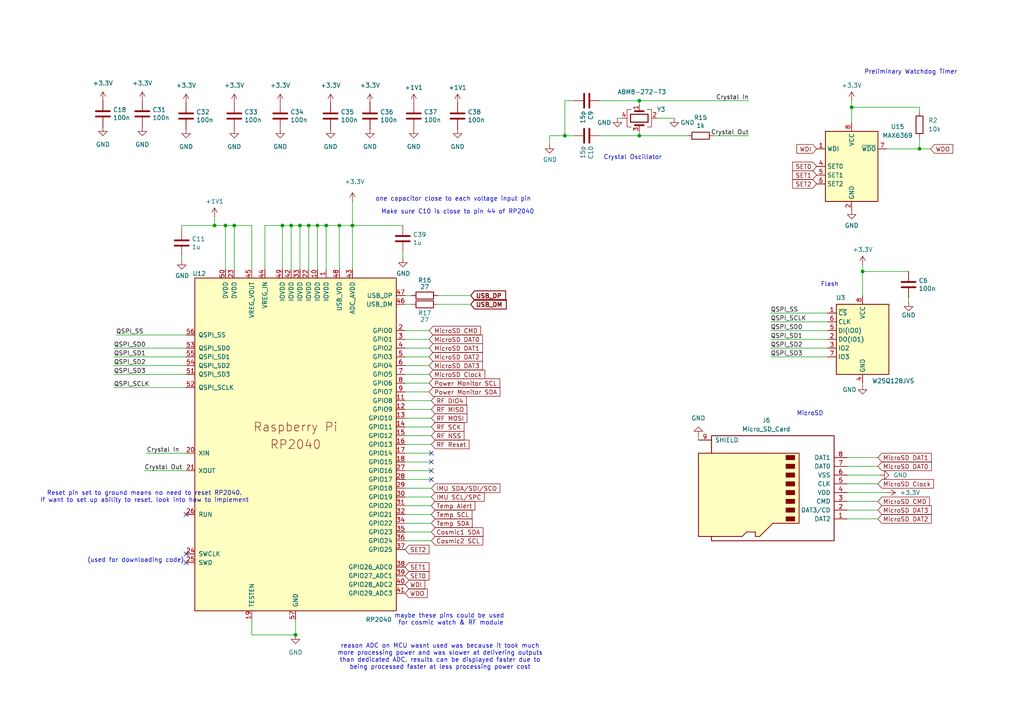
<source format=kicad_sch>
(kicad_sch (version 20250114) (generator "eeschema") (generator_version "9.0")
  (paper "A4")
  (lib_symbols
    (symbol "Connector:Micro_SD_Card" (pin_names (offset 1.016))
      (property "Reference" "J" (at -16.51 15.24 0))
      (property "Value" "Micro_SD_Card" (at 16.51 15.24 0))
      (symbol "Micro_SD_Card_0_1"
        (polyline (pts (xy -8.89 -11.43) (xy -8.89 8.89) (xy -1.27 8.89) (xy 2.54 12.7) (xy 3.81 12.7) (xy 3.81 11.43) (xy 6.35 11.43) (xy 7.62 12.7) (xy 20.32 12.7) (xy 20.32 -11.43) (xy -8.89 -11.43)) (stroke (width 0.254)) (fill (type background)))
        (rectangle (start -7.62 8.255) (end -5.08 6.985) (fill (type outline)))
        (rectangle (start -7.62 5.715) (end -5.08 4.445) (fill (type outline)))
        (rectangle (start -7.62 3.175) (end -5.08 1.905) (fill (type outline)))
        (rectangle (start -7.62 0.635) (end -5.08 -0.635) (fill (type outline)))
        (rectangle (start -7.62 -1.905) (end -5.08 -3.175) (fill (type outline)))
        (rectangle (start -7.62 -4.445) (end -5.08 -5.715) (fill (type outline)))
        (rectangle (start -7.62 -6.985) (end -5.08 -8.255) (fill (type outline)))
        (rectangle (start -7.62 -9.525) (end -5.08 -10.795) (fill (type outline)))
        (polyline (pts (xy 16.51 12.7) (xy 16.51 13.97) (xy -19.05 13.97) (xy -19.05 -16.51) (xy 16.51 -16.51) (xy 16.51 -11.43)) (stroke (width 0.254)))
      )
      (symbol "Micro_SD_Card_1_1"
        (pin bidirectional line (at -22.86 7.62 0) (length 3.81) (name "DAT2") (number "1"))
        (pin bidirectional line (at -22.86 5.08 0) (length 3.81) (name "DAT3/CD") (number "2"))
        (pin input line (at -22.86 2.54 0) (length 3.81) (name "CMD") (number "3"))
        (pin power_in line (at -22.86 0 0) (length 3.81) (name "VDD") (number "4"))
        (pin input line (at -22.86 -2.54 0) (length 3.81) (name "CLK") (number "5"))
        (pin power_in line (at -22.86 -5.08 0) (length 3.81) (name "VSS") (number "6"))
        (pin bidirectional line (at -22.86 -7.62 0) (length 3.81) (name "DAT0") (number "7"))
        (pin bidirectional line (at -22.86 -10.16 0) (length 3.81) (name "DAT1") (number "8"))
        (pin passive line (at 20.32 -15.24 180) (length 3.81) (name "SHIELD") (number "9"))
      )
    )
    (symbol "Device:C" (pin_numbers (hide yes)) (pin_names (offset 0.254))
      (property "Reference" "C" (at 0.635 2.54 0))
      (property "Value" "C" (at 0.635 -2.54 0))
      (symbol "C_0_1"
        (polyline (pts (xy -2.032 0.762) (xy 2.032 0.762)) (stroke (width 0.508)))
        (polyline (pts (xy -2.032 -0.762) (xy 2.032 -0.762)) (stroke (width 0.508)))
      )
      (symbol "C_1_1"
        (pin passive line (at 0 3.81 270) (length 2.794) (name "~") (number "1"))
        (pin passive line (at 0 -3.81 90) (length 2.794) (name "~") (number "2"))
      )
    )
    (symbol "Device:Crystal_GND24" (pin_names (offset 1.016) (hide yes))
      (property "Reference" "Y" (at 3.175 5.08 0))
      (property "Value" "Crystal_GND24" (at 3.175 3.175 0))
      (symbol "Crystal_GND24_0_1"
        (polyline (pts (xy -2.54 2.286) (xy -2.54 3.556) (xy 2.54 3.556) (xy 2.54 2.286)))
        (polyline (pts (xy -2.54 0) (xy -2.032 0)))
        (polyline (pts (xy -2.54 -2.286) (xy -2.54 -3.556) (xy 2.54 -3.556) (xy 2.54 -2.286)))
        (polyline (pts (xy -2.032 -1.27) (xy -2.032 1.27)) (stroke (width 0.508)))
        (rectangle (start -1.143 2.54) (end 1.143 -2.54) (stroke (width 0.3048)))
        (polyline (pts (xy 0 3.556) (xy 0 3.81)))
        (polyline (pts (xy 0 -3.81) (xy 0 -3.556)))
        (polyline (pts (xy 2.032 0) (xy 2.54 0)))
        (polyline (pts (xy 2.032 -1.27) (xy 2.032 1.27)) (stroke (width 0.508)))
      )
      (symbol "Crystal_GND24_1_1"
        (pin passive line (at -3.81 0 0) (length 1.27) (name "1") (number "1"))
        (pin passive line (at 0 5.08 270) (length 1.27) (name "2") (number "2"))
        (pin passive line (at 0 -5.08 90) (length 1.27) (name "4") (number "4"))
        (pin passive line (at 3.81 0 180) (length 1.27) (name "3") (number "3"))
      )
    )
    (symbol "Device:R" (pin_numbers (hide yes)) (pin_names (offset 0))
      (property "Reference" "R" (at 2.032 0 90))
      (property "Value" "R" (at 0 0 90))
      (symbol "R_0_1"
        (rectangle (start -1.016 -2.54) (end 1.016 2.54) (stroke (width 0.254)))
      )
      (symbol "R_1_1"
        (pin passive line (at 0 3.81 270) (length 1.27) (name "~") (number "1"))
        (pin passive line (at 0 -3.81 90) (length 1.27) (name "~") (number "2"))
      )
    )
    (symbol "MCU_RaspberryPi_RP2040:RP2040" (pin_names (offset 1.016))
      (property "Reference" "U" (at -29.21 49.53 0))
      (property "Value" "RP2040" (at 24.13 -49.53 0))
      (symbol "RP2040_0_0"
        (text "Raspberry Pi" (at 0 5.08 0) (effects (font (size 2.54 2.54))))
        (text "RP2040" (at 0 0 0) (effects (font (size 2.54 2.54))))
      )
      (symbol "RP2040_0_1"
        (rectangle (start 29.21 48.26) (end -29.21 -48.26) (stroke (width 0.254)) (fill (type background)))
      )
      (symbol "RP2040_1_1"
        (pin bidirectional line (at -31.75 31.75 0) (length 2.54) (name "QSPI_SS") (number "56"))
        (pin bidirectional line (at -31.75 27.94 0) (length 2.54) (name "QSPI_SD0") (number "53"))
        (pin bidirectional line (at -31.75 25.4 0) (length 2.54) (name "QSPI_SD1") (number "55"))
        (pin bidirectional line (at -31.75 22.86 0) (length 2.54) (name "QSPI_SD2") (number "54"))
        (pin bidirectional line (at -31.75 20.32 0) (length 2.54) (name "QSPI_SD3") (number "51"))
        (pin output line (at -31.75 16.51 0) (length 2.54) (name "QSPI_SCLK") (number "52"))
        (pin input line (at -31.75 -2.54 0) (length 2.54) (name "XIN") (number "20"))
        (pin passive line (at -31.75 -7.62 0) (length 2.54) (name "XOUT") (number "21"))
        (pin input line (at -31.75 -20.32 0) (length 2.54) (name "RUN") (number "26"))
        (pin output line (at -31.75 -31.75 0) (length 2.54) (name "SWCLK") (number "24"))
        (pin bidirectional line (at -31.75 -34.29 0) (length 2.54) (name "SWD") (number "25"))
        (pin power_in line (at -20.32 50.8 270) (length 2.54) (name "DVDD") (number "50"))
        (pin power_in line (at -17.78 50.8 270) (length 2.54) (name "DVDD") (number "23"))
        (pin power_out line (at -12.7 50.8 270) (length 2.54) (name "VREG_VOUT") (number "45"))
        (pin passive line (at -12.7 -50.8 90) (length 2.54) (name "TESTEN") (number "19"))
        (pin power_in line (at -8.89 50.8 270) (length 2.54) (name "VREG_IN") (number "44"))
        (pin power_in line (at -3.81 50.8 270) (length 2.54) (name "IOVDD") (number "49"))
        (pin power_in line (at -1.27 50.8 270) (length 2.54) (name "IOVDD") (number "42"))
        (pin power_in line (at 0 -50.8 90) (length 2.54) (name "GND") (number "57"))
        (pin power_in line (at 1.27 50.8 270) (length 2.54) (name "IOVDD") (number "33"))
        (pin power_in line (at 3.81 50.8 270) (length 2.54) (name "IOVDD") (number "22"))
        (pin power_in line (at 6.35 50.8 270) (length 2.54) (name "IOVDD") (number "10"))
        (pin power_in line (at 8.89 50.8 270) (length 2.54) (name "IOVDD") (number "1"))
        (pin power_in line (at 12.7 50.8 270) (length 2.54) (name "USB_VDD") (number "48"))
        (pin power_in line (at 16.51 50.8 270) (length 2.54) (name "ADC_AVDD") (number "43"))
        (pin bidirectional line (at 31.75 43.18 180) (length 2.54) (name "USB_DP") (number "47"))
        (pin bidirectional line (at 31.75 40.64 180) (length 2.54) (name "USB_DM") (number "46"))
        (pin bidirectional line (at 31.75 33.02 180) (length 2.54) (name "GPIO0") (number "2"))
        (pin bidirectional line (at 31.75 30.48 180) (length 2.54) (name "GPIO1") (number "3"))
        (pin bidirectional line (at 31.75 27.94 180) (length 2.54) (name "GPIO2") (number "4"))
        (pin bidirectional line (at 31.75 25.4 180) (length 2.54) (name "GPIO3") (number "5"))
        (pin bidirectional line (at 31.75 22.86 180) (length 2.54) (name "GPIO4") (number "6"))
        (pin bidirectional line (at 31.75 20.32 180) (length 2.54) (name "GPIO5") (number "7"))
        (pin bidirectional line (at 31.75 17.78 180) (length 2.54) (name "GPIO6") (number "8"))
        (pin bidirectional line (at 31.75 15.24 180) (length 2.54) (name "GPIO7") (number "9"))
        (pin bidirectional line (at 31.75 12.7 180) (length 2.54) (name "GPIO8") (number "11"))
        (pin bidirectional line (at 31.75 10.16 180) (length 2.54) (name "GPIO9") (number "12"))
        (pin bidirectional line (at 31.75 7.62 180) (length 2.54) (name "GPIO10") (number "13"))
        (pin bidirectional line (at 31.75 5.08 180) (length 2.54) (name "GPIO11") (number "14"))
        (pin bidirectional line (at 31.75 2.54 180) (length 2.54) (name "GPIO12") (number "15"))
        (pin bidirectional line (at 31.75 0 180) (length 2.54) (name "GPIO13") (number "16"))
        (pin bidirectional line (at 31.75 -2.54 180) (length 2.54) (name "GPIO14") (number "17"))
        (pin bidirectional line (at 31.75 -5.08 180) (length 2.54) (name "GPIO15") (number "18"))
        (pin bidirectional line (at 31.75 -7.62 180) (length 2.54) (name "GPIO16") (number "27"))
        (pin bidirectional line (at 31.75 -10.16 180) (length 2.54) (name "GPIO17") (number "28"))
        (pin bidirectional line (at 31.75 -12.7 180) (length 2.54) (name "GPIO18") (number "29"))
        (pin bidirectional line (at 31.75 -15.24 180) (length 2.54) (name "GPIO19") (number "30"))
        (pin bidirectional line (at 31.75 -17.78 180) (length 2.54) (name "GPIO20") (number "31"))
        (pin bidirectional line (at 31.75 -20.32 180) (length 2.54) (name "GPIO21") (number "32"))
        (pin bidirectional line (at 31.75 -22.86 180) (length 2.54) (name "GPIO22") (number "34"))
        (pin bidirectional line (at 31.75 -25.4 180) (length 2.54) (name "GPIO23") (number "35"))
        (pin bidirectional line (at 31.75 -27.94 180) (length 2.54) (name "GPIO24") (number "36"))
        (pin bidirectional line (at 31.75 -30.48 180) (length 2.54) (name "GPIO25") (number "37"))
        (pin bidirectional line (at 31.75 -35.56 180) (length 2.54) (name "GPIO26_ADC0") (number "38"))
        (pin bidirectional line (at 31.75 -38.1 180) (length 2.54) (name "GPIO27_ADC1") (number "39"))
        (pin bidirectional line (at 31.75 -40.64 180) (length 2.54) (name "GPIO28_ADC2") (number "40"))
        (pin bidirectional line (at 31.75 -43.18 180) (length 2.54) (name "GPIO29_ADC3") (number "41"))
      )
    )
    (symbol "Memory_Flash:W25Q128JVS"
      (property "Reference" "U" (at -8.89 8.89 0))
      (property "Value" "W25Q128JVS" (at 7.62 8.89 0))
      (symbol "W25Q128JVS_0_1"
        (rectangle (start -7.62 10.16) (end 7.62 -10.16) (stroke (width 0.254)) (fill (type background)))
      )
      (symbol "W25Q128JVS_1_1"
        (pin input line (at -10.16 7.62 0) (length 2.54) (name "~{CS}") (number "1"))
        (pin input line (at -10.16 5.08 0) (length 2.54) (name "CLK") (number "6"))
        (pin bidirectional line (at -10.16 2.54 0) (length 2.54) (name "DI(IO0)") (number "5"))
        (pin bidirectional line (at -10.16 0 0) (length 2.54) (name "DO(IO1)") (number "2"))
        (pin bidirectional line (at -10.16 -2.54 0) (length 2.54) (name "IO2") (number "3"))
        (pin bidirectional line (at -10.16 -5.08 0) (length 2.54) (name "IO3") (number "7"))
        (pin power_in line (at 0 12.7 270) (length 2.54) (name "VCC") (number "8"))
        (pin power_in line (at 0 -12.7 90) (length 2.54) (name "GND") (number "4"))
      )
    )
    (symbol "Power_Supervisor:MAX6369"
      (property "Reference" "U" (at -3.556 13.462 0))
      (property "Value" "MAX6369" (at -6.604 11.43 0))
      (symbol "MAX6369_0_1"
        (rectangle (start -7.62 10.16) (end 7.62 -10.16) (stroke (width 0.254)) (fill (type background)))
      )
      (symbol "MAX6369_1_1"
        (pin input line (at -10.16 5.08 0) (length 2.54) (name "WDI") (number "1"))
        (pin input line (at -10.16 0 0) (length 2.54) (name "SET0") (number "4"))
        (pin input line (at -10.16 -2.54 0) (length 2.54) (name "SET1") (number "5"))
        (pin input line (at -10.16 -5.08 0) (length 2.54) (name "SET2") (number "6"))
        (pin power_in line (at 0 12.7 270) (length 2.54) (name "VCC") (number "8"))
        (pin power_in line (at 0 -12.7 90) (length 2.54) (name "GND") (number "2"))
        (pin no_connect line (at 7.62 -5.08 180) (length 2.54) (hide yes) (name "NC") (number "3"))
        (pin open_collector line (at 10.16 5.08 180) (length 2.54) (name "~{WDO}") (number "7"))
      )
    )
    (symbol "power:+1V1" (power) (pin_numbers (hide yes)) (pin_names (offset 0) (hide yes))
      (property "Value" "+1V1" (at 0 3.556 0))
      (symbol "+1V1_0_1"
        (polyline (pts (xy -0.762 1.27) (xy 0 2.54)))
        (polyline (pts (xy 0 2.54) (xy 0.762 1.27)))
        (polyline (pts (xy 0 0) (xy 0 2.54)))
      )
      (symbol "+1V1_1_1"
        (pin power_in line (at 0 0 90) (length 0) (name "~") (number "1"))
      )
    )
    (symbol "power:+3.3V" (power) (pin_numbers (hide yes)) (pin_names (offset 0) (hide yes))
      (property "Value" "+3.3V" (at 0 3.556 0))
      (symbol "+3.3V_0_1"
        (polyline (pts (xy -0.762 1.27) (xy 0 2.54)))
        (polyline (pts (xy 0 2.54) (xy 0.762 1.27)))
        (polyline (pts (xy 0 0) (xy 0 2.54)))
      )
      (symbol "+3.3V_1_1"
        (pin power_in line (at 0 0 90) (length 0) (name "~") (number "1"))
      )
    )
    (symbol "power:GND" (power) (pin_numbers (hide yes)) (pin_names (offset 0) (hide yes))
      (property "Value" "GND" (at 0 -3.81 0))
      (symbol "GND_0_1"
        (polyline (pts (xy 0 0) (xy 0 -1.27) (xy 1.27 -1.27) (xy 0 -2.54) (xy -1.27 -1.27) (xy 0 -1.27)))
      )
      (symbol "GND_1_1"
        (pin power_in line (at 0 0 270) (length 0) (name "~") (number "1"))
      )
    )
  )
  (text "Make sure C10 is close to pin 44 of RP2040" (at 110.49 62.23 0) (effects (font (size 1.27 1.27)) (justify left bottom)))
  (text "MicroSD" (at 234.95 120.015 0) (effects (font (size 1.27 1.27))))
  (text "Reset pin set to ground means no need to reset RP2040.\nIf want to set up ability to reset, look into how to implement" (at 41.91 144.145 0) (effects (font (size 1.27 1.27))))
  (text "maybe these pins could be used \nfor cosmic watch & RF module" (at 130.81 179.705 0) (effects (font (size 1.27 1.27))))
  (text "Preliminary Watchdog Timer" (at 264.16 20.955 0) (effects (font (size 1.27 1.27))))
  (text "Flash" (at 240.665 82.55 0) (effects (font (size 1.27 1.27))))
  (text "one capacitor close to each voltage input pin" (at 131.445 57.785 0) (effects (font (size 1.27 1.27))))
  (text "reason ADC on MCU wasnt used was because it took much\nmore processing power and was slower at delivering outputs\nthan dedicated ADC. results can be displayed faster due to\nbeing processed faster at less processing power cost" (at 127.635 190.5 0) (effects (font (size 1.27 1.27))))
  (text "(used for downloading code)" (at 39.37 162.56 0) (effects (font (size 1.27 1.27))))
  (text "Crystal Oscillator" (at 183.515 45.72 0) (effects (font (size 1.27 1.27))))
  (junction (at 163.83 39.37))
  (junction (at 81.915 65.405))
  (junction (at 185.42 39.37))
  (junction (at 266.7 43.18))
  (junction (at 89.535 65.405))
  (junction (at 67.945 65.405))
  (junction (at 102.235 65.405))
  (junction (at 65.405 65.405))
  (junction (at 85.725 184.15))
  (junction (at 98.425 65.405))
  (junction (at 94.615 65.405))
  (junction (at 92.075 65.405))
  (junction (at 185.42 29.21))
  (junction (at 250.19 78.74))
  (junction (at 247.015 31.115))
  (junction (at 84.455 65.405))
  (junction (at 86.995 65.405))
  (junction (at 62.23 65.405))
  (no_connect (at 125.095 139.065))
  (no_connect (at 53.975 160.655))
  (no_connect (at 53.975 163.195))
  (no_connect (at 125.095 131.445))
  (no_connect (at 53.975 149.225))
  (no_connect (at 125.095 133.985))
  (no_connect (at 125.095 136.525))
  (wire (pts (xy 33.02 100.965) (xy 53.975 100.965)))
  (wire (pts (xy 117.475 128.905) (xy 125.095 128.905)))
  (wire (pts (xy 117.475 146.685) (xy 125.095 146.685)))
  (wire (pts (xy 98.425 65.405) (xy 102.235 65.405)))
  (wire (pts (xy 245.745 142.875) (xy 257.175 142.875)))
  (wire (pts (xy 117.475 154.305) (xy 125.095 154.305)))
  (wire (pts (xy 117.475 116.205) (xy 125.095 116.205)))
  (wire (pts (xy 117.475 108.585) (xy 124.46 108.585)))
  (wire (pts (xy 73.025 78.105) (xy 73.025 65.405)))
  (wire (pts (xy 166.37 39.37) (xy 163.83 39.37)))
  (wire (pts (xy 119.38 85.725) (xy 117.475 85.725)))
  (wire (pts (xy 136.525 88.265) (xy 127 88.265)))
  (wire (pts (xy 117.475 103.505) (xy 124.46 103.505)))
  (wire (pts (xy 33.02 112.395) (xy 53.975 112.395)))
  (wire (pts (xy 94.615 65.405) (xy 94.615 78.105)))
  (wire (pts (xy 159.385 39.37) (xy 163.83 39.37)))
  (wire (pts (xy 86.995 65.405) (xy 89.535 65.405)))
  (wire (pts (xy 102.235 65.405) (xy 116.84 65.405)))
  (wire (pts (xy 117.475 100.965) (xy 124.46 100.965)))
  (wire (pts (xy 81.915 65.405) (xy 84.455 65.405)))
  (wire (pts (xy 240.03 103.505) (xy 223.52 103.505)))
  (wire (pts (xy 163.83 29.21) (xy 163.83 39.37)))
  (wire (pts (xy 92.075 65.405) (xy 94.615 65.405)))
  (wire (pts (xy 33.02 103.505) (xy 53.975 103.505)))
  (wire (pts (xy 166.37 29.21) (xy 163.83 29.21)))
  (wire (pts (xy 52.705 65.405) (xy 62.23 65.405)))
  (wire (pts (xy 62.23 62.865) (xy 62.23 65.405)))
  (wire (pts (xy 245.745 150.495) (xy 254.635 150.495)))
  (wire (pts (xy 33.655 97.155) (xy 53.975 97.155)))
  (wire (pts (xy 179.07 34.29) (xy 180.34 34.29)))
  (wire (pts (xy 263.525 86.36) (xy 263.525 87.63)))
  (wire (pts (xy 117.475 151.765) (xy 125.095 151.765)))
  (wire (pts (xy 117.475 98.425) (xy 124.46 98.425)))
  (wire (pts (xy 117.475 131.445) (xy 125.095 131.445)))
  (wire (pts (xy 89.535 65.405) (xy 92.075 65.405)))
  (wire (pts (xy 98.425 78.105) (xy 98.425 65.405)))
  (wire (pts (xy 173.99 39.37) (xy 185.42 39.37)))
  (wire (pts (xy 67.945 78.105) (xy 67.945 65.405)))
  (wire (pts (xy 245.745 135.255) (xy 254.635 135.255)))
  (wire (pts (xy 102.235 65.405) (xy 102.235 78.105)))
  (wire (pts (xy 117.475 123.825) (xy 125.095 123.825)))
  (wire (pts (xy 117.475 149.225) (xy 125.095 149.225)))
  (wire (pts (xy 136.525 85.725) (xy 127 85.725)))
  (wire (pts (xy 245.745 137.795) (xy 255.27 137.795)))
  (wire (pts (xy 76.835 65.405) (xy 81.915 65.405)))
  (wire (pts (xy 159.385 39.37) (xy 159.385 41.91)))
  (wire (pts (xy 185.42 39.37) (xy 199.39 39.37)))
  (wire (pts (xy 245.745 147.955) (xy 254.635 147.955)))
  (wire (pts (xy 76.835 78.105) (xy 76.835 65.405)))
  (wire (pts (xy 117.475 113.665) (xy 124.46 113.665)))
  (wire (pts (xy 173.99 29.21) (xy 185.42 29.21)))
  (wire (pts (xy 117.475 144.145) (xy 125.095 144.145)))
  (wire (pts (xy 116.84 73.025) (xy 116.84 74.93)))
  (wire (pts (xy 117.475 133.985) (xy 125.095 133.985)))
  (wire (pts (xy 250.19 78.74) (xy 263.525 78.74)))
  (wire (pts (xy 85.725 179.705) (xy 85.725 184.15)))
  (wire (pts (xy 84.455 78.105) (xy 84.455 65.405)))
  (wire (pts (xy 73.025 184.15) (xy 85.725 184.15)))
  (wire (pts (xy 119.38 88.265) (xy 117.475 88.265)))
  (wire (pts (xy 33.02 106.045) (xy 53.975 106.045)))
  (wire (pts (xy 52.705 66.675) (xy 52.705 65.405)))
  (wire (pts (xy 73.025 179.705) (xy 73.025 184.15)))
  (wire (pts (xy 185.42 29.21) (xy 217.17 29.21)))
  (wire (pts (xy 250.19 111.76) (xy 250.19 111.125)))
  (wire (pts (xy 92.075 78.105) (xy 92.075 65.405)))
  (wire (pts (xy 240.03 98.425) (xy 223.52 98.425)))
  (wire (pts (xy 117.475 111.125) (xy 124.46 111.125)))
  (wire (pts (xy 102.235 58.42) (xy 102.235 65.405)))
  (wire (pts (xy 117.475 141.605) (xy 125.095 141.605)))
  (wire (pts (xy 202.565 126.365) (xy 202.565 127.635)))
  (wire (pts (xy 223.52 93.345) (xy 240.03 93.345)))
  (wire (pts (xy 42.545 131.445) (xy 53.975 131.445)))
  (wire (pts (xy 185.42 38.1) (xy 185.42 39.37)))
  (wire (pts (xy 94.615 65.405) (xy 98.425 65.405)))
  (wire (pts (xy 257.175 43.18) (xy 266.7 43.18)))
  (wire (pts (xy 52.705 74.295) (xy 52.705 75.565)))
  (wire (pts (xy 190.5 34.29) (xy 195.58 34.29)))
  (wire (pts (xy 86.995 78.105) (xy 86.995 65.405)))
  (wire (pts (xy 245.745 140.335) (xy 254.635 140.335)))
  (wire (pts (xy 266.7 43.18) (xy 269.875 43.18)))
  (wire (pts (xy 117.475 139.065) (xy 125.095 139.065)))
  (wire (pts (xy 84.455 65.405) (xy 86.995 65.405)))
  (wire (pts (xy 250.19 78.74) (xy 250.19 85.725)))
  (wire (pts (xy 247.015 31.115) (xy 247.015 35.56)))
  (wire (pts (xy 117.475 126.365) (xy 125.095 126.365)))
  (wire (pts (xy 89.535 78.105) (xy 89.535 65.405)))
  (wire (pts (xy 240.03 100.965) (xy 223.52 100.965)))
  (wire (pts (xy 117.475 121.285) (xy 125.095 121.285)))
  (wire (pts (xy 240.03 95.885) (xy 223.52 95.885)))
  (wire (pts (xy 117.475 95.885) (xy 124.46 95.885)))
  (wire (pts (xy 81.915 78.105) (xy 81.915 65.405)))
  (wire (pts (xy 207.01 39.37) (xy 217.17 39.37)))
  (wire (pts (xy 266.7 31.115) (xy 247.015 31.115)))
  (wire (pts (xy 245.745 132.715) (xy 254.635 132.715)))
  (wire (pts (xy 250.19 76.835) (xy 250.19 78.74)))
  (wire (pts (xy 266.7 40.005) (xy 266.7 43.18)))
  (wire (pts (xy 266.7 32.385) (xy 266.7 31.115)))
  (wire (pts (xy 41.91 136.525) (xy 53.975 136.525)))
  (wire (pts (xy 245.745 145.415) (xy 254.635 145.415)))
  (wire (pts (xy 117.475 156.845) (xy 125.095 156.845)))
  (wire (pts (xy 73.025 65.405) (xy 67.945 65.405)))
  (wire (pts (xy 65.405 65.405) (xy 65.405 78.105)))
  (wire (pts (xy 117.475 106.045) (xy 124.46 106.045)))
  (wire (pts (xy 223.52 90.805) (xy 240.03 90.805)))
  (wire (pts (xy 67.945 65.405) (xy 65.405 65.405)))
  (wire (pts (xy 117.475 118.745) (xy 125.095 118.745)))
  (wire (pts (xy 185.42 30.48) (xy 185.42 29.21)))
  (wire (pts (xy 62.23 65.405) (xy 65.405 65.405)))
  (wire (pts (xy 247.015 29.21) (xy 247.015 31.115)))
  (wire (pts (xy 33.02 108.585) (xy 53.975 108.585)))
  (wire (pts (xy 117.475 136.525) (xy 125.095 136.525)))
  (label "QSPI_SD1" (at 33.02 103.505 0))
  (label "QSPI_SD2" (at 223.52 100.965 0))
  (label "QSPI_SD3" (at 223.52 103.505 0))
  (label "Crystal Out" (at 41.91 136.525 0))
  (label "Crystal Out" (at 217.17 39.37 180))
  (label "QSPI_SD3" (at 33.02 108.585 0))
  (label "QSPI_SD1" (at 223.52 98.425 0))
  (label "QSPI_SCLK" (at 223.52 93.345 0))
  (label "QSPI_SS" (at 223.52 90.805 0))
  (label "QSPI_SD2" (at 33.02 106.045 0))
  (label "QSPI_SD0" (at 33.02 100.965 0))
  (label "Crystal In" (at 217.17 29.21 180))
  (label "QSPI_SCLK" (at 33.02 112.395 0))
  (label "QSPI_SS" (at 33.655 97.155 0))
  (label "Crystal In" (at 42.545 131.445 0))
  (label "QSPI_SD0" (at 223.52 95.885 0))
  (global_label "SET0" (shape input) (at 117.475 167.005 0) (property "Intersheetrefs" "${INTERSHEET_REFS}" (effects (hide yes))))
  (global_label "MicroSD CMD" (shape input) (at 254.635 145.415 0) (property "Intersheetrefs" "${INTERSHEET_REFS}" (effects (hide yes))))
  (global_label "MicroSD DAT0" (shape input) (at 124.46 98.425 0) (property "Intersheetrefs" "${INTERSHEET_REFS}" (effects (hide yes))))
  (global_label "RF MISO" (shape input) (at 125.095 118.745 0) (property "Intersheetrefs" "${INTERSHEET_REFS}" (effects (hide yes))))
  (global_label "Temp SCL" (shape input) (at 125.095 149.225 0) (effects (font (thickness 0.1588))) (property "Intersheetrefs" "${INTERSHEET_REFS}" (effects (hide yes))))
  (global_label "MicroSD DAT1" (shape input) (at 124.46 100.965 0) (property "Intersheetrefs" "${INTERSHEET_REFS}" (effects (hide yes))))
  (global_label "Temp SDA" (shape input) (at 125.095 151.765 0) (effects (font (thickness 0.1588))) (property "Intersheetrefs" "${INTERSHEET_REFS}" (effects (hide yes))))
  (global_label "MicroSD DAT0" (shape input) (at 254.635 135.255 0) (property "Intersheetrefs" "${INTERSHEET_REFS}" (effects (hide yes))))
  (global_label "WDO" (shape input) (at 117.475 172.085 0) (property "Intersheetrefs" "${INTERSHEET_REFS}" (effects (hide yes))))
  (global_label "Cosmic2 SCL" (shape input) (at 125.095 156.845 0) (property "Intersheetrefs" "${INTERSHEET_REFS}" (effects (hide yes))))
  (global_label "WDI" (shape input) (at 117.475 169.545 0) (property "Intersheetrefs" "${INTERSHEET_REFS}" (effects (hide yes))))
  (global_label "RF Reset" (shape input) (at 125.095 128.905 0) (property "Intersheetrefs" "${INTERSHEET_REFS}" (effects (hide yes))))
  (global_label "MicroSD DAT1" (shape input) (at 254.635 132.715 0) (property "Intersheetrefs" "${INTERSHEET_REFS}" (effects (hide yes))))
  (global_label "Power Monitor SCL" (shape input) (at 124.46 111.125 0) (effects (font (thickness 0.1588))) (property "Intersheetrefs" "${INTERSHEET_REFS}" (effects (hide yes))))
  (global_label "IMU SDA{slash}SDI{slash}SCO" (shape input) (at 125.095 141.605 0) (property "Intersheetrefs" "${INTERSHEET_REFS}" (effects (hide yes))))
  (global_label "USB_DM" (shape input) (at 136.525 88.265 0) (effects (font (thickness 0.254) (bold yes))) (property "Intersheetrefs" "${INTERSHEET_REFS}" (effects (hide yes))))
  (global_label "RF DIO4" (shape input) (at 125.095 116.205 0) (property "Intersheetrefs" "${INTERSHEET_REFS}" (effects (hide yes))))
  (global_label "RF MOSI" (shape input) (at 125.095 121.285 0) (property "Intersheetrefs" "${INTERSHEET_REFS}" (effects (hide yes))))
  (global_label "MicroSD Clock" (shape input) (at 254.635 140.335 0) (property "Intersheetrefs" "${INTERSHEET_REFS}" (effects (hide yes))))
  (global_label "RF NSS" (shape input) (at 125.095 126.365 0) (property "Intersheetrefs" "${INTERSHEET_REFS}" (effects (hide yes))))
  (global_label "SET1" (shape input) (at 117.475 164.465 0) (property "Intersheetrefs" "${INTERSHEET_REFS}" (effects (hide yes))))
  (global_label "Cosmic1 SDA" (shape input) (at 125.095 154.305 0) (property "Intersheetrefs" "${INTERSHEET_REFS}" (effects (hide yes))))
  (global_label "Temp Alert" (shape input) (at 125.095 146.685 0) (effects (font (thickness 0.1588))) (property "Intersheetrefs" "${INTERSHEET_REFS}" (effects (hide yes))))
  (global_label "SET1" (shape input) (at 236.855 50.8 180) (property "Intersheetrefs" "${INTERSHEET_REFS}" (effects (hide yes))))
  (global_label "Power Monitor SDA" (shape input) (at 124.46 113.665 0) (property "Intersheetrefs" "${INTERSHEET_REFS}" (effects (hide yes))))
  (global_label "SET0" (shape input) (at 236.855 48.26 180) (property "Intersheetrefs" "${INTERSHEET_REFS}" (effects (hide yes))))
  (global_label "MicroSD DAT3" (shape input) (at 254.635 147.955 0) (property "Intersheetrefs" "${INTERSHEET_REFS}" (effects (hide yes))))
  (global_label "WDI" (shape input) (at 236.855 43.18 180) (property "Intersheetrefs" "${INTERSHEET_REFS}" (effects (hide yes))))
  (global_label "WDO" (shape input) (at 269.875 43.18 0) (property "Intersheetrefs" "${INTERSHEET_REFS}" (effects (hide yes))))
  (global_label "MicroSD DAT2" (shape input) (at 124.46 103.505 0) (property "Intersheetrefs" "${INTERSHEET_REFS}" (effects (hide yes))))
  (global_label "MicroSD DAT3" (shape input) (at 124.46 106.045 0) (property "Intersheetrefs" "${INTERSHEET_REFS}" (effects (hide yes))))
  (global_label "SET2" (shape input) (at 117.475 159.385 0) (property "Intersheetrefs" "${INTERSHEET_REFS}" (effects (hide yes))))
  (global_label "RF SCK" (shape input) (at 125.095 123.825 0) (property "Intersheetrefs" "${INTERSHEET_REFS}" (effects (hide yes))))
  (global_label "MicroSD CMD" (shape input) (at 124.46 95.885 0) (property "Intersheetrefs" "${INTERSHEET_REFS}" (effects (hide yes))))
  (global_label "SET2" (shape input) (at 236.855 53.34 180) (property "Intersheetrefs" "${INTERSHEET_REFS}" (effects (hide yes))))
  (global_label "MicroSD Clock" (shape input) (at 124.46 108.585 0) (property "Intersheetrefs" "${INTERSHEET_REFS}" (effects (hide yes))))
  (global_label "IMU SCL{slash}SPC" (shape input) (at 125.095 144.145 0) (property "Intersheetrefs" "${INTERSHEET_REFS}" (effects (hide yes))))
  (global_label "USB_DP" (shape input) (at 136.525 85.725 0) (effects (font (thickness 0.254) (bold yes))) (property "Intersheetrefs" "${INTERSHEET_REFS}" (effects (hide yes))))
  (global_label "MicroSD DAT2" (shape input) (at 254.635 150.495 0) (property "Intersheetrefs" "${INTERSHEET_REFS}" (effects (hide yes))))
  (symbol (lib_id "power:GND") (at 202.565 126.365 180) (unit 1)
    (property "Reference" "#PWR0110" (effects (hide yes)))
    (property "Value" "GND" (at 202.565 121.285 0))
    (property "Description" "Power symbol creates a global label with name \"GND\" , ground" (effects (hide yes)))
  )
  (symbol (lib_id "Device:C") (at 29.845 33.02 0) (unit 1)
    (property "Reference" "C18" (at 32.766 31.8516 0) (effects (justify left)))
    (property "Value" "100n" (at 32.766 34.163 0) (effects (justify left)))
    (property "Footprint" "Capacitor_SMD:C_0402_1005Metric" (effects (hide yes)))
  )
  (symbol (lib_id "power:GND") (at 41.275 36.83 0) (unit 1)
    (property "Reference" "#PWR065" (effects (hide yes)))
    (property "Value" "GND" (at 41.275 41.91 0))
    (property "Description" "Power symbol creates a global label with name \"GND\" , ground" (effects (hide yes)))
  )
  (symbol (lib_id "power:GND") (at 195.58 34.29 0) (unit 1)
    (property "Reference" "#PWR062" (effects (hide yes)))
    (property "Value" "GND" (at 199.39 35.56 0))
  )
  (symbol (lib_id "power:GND") (at 107.315 37.465 0) (unit 1)
    (property "Reference" "#PWR075" (effects (hide yes)))
    (property "Value" "GND" (at 107.315 42.545 0))
    (property "Description" "Power symbol creates a global label with name \"GND\" , ground" (effects (hide yes)))
  )
  (symbol (lib_id "Device:C") (at 132.715 33.655 0) (unit 1)
    (property "Reference" "C38" (at 135.636 32.4866 0) (effects (justify left)))
    (property "Value" "100n" (at 135.636 34.798 0) (effects (justify left)))
    (property "Footprint" "Capacitor_SMD:C_0402_1005Metric" (effects (hide yes)))
  )
  (symbol (lib_id "Device:C") (at 41.275 33.02 0) (unit 1)
    (property "Reference" "C31" (at 44.196 31.8516 0) (effects (justify left)))
    (property "Value" "100n" (at 44.196 34.163 0) (effects (justify left)))
    (property "Footprint" "Capacitor_SMD:C_0402_1005Metric" (effects (hide yes)))
  )
  (symbol (lib_id "power:GND") (at 159.385 41.91 0) (unit 1)
    (property "Reference" "#PWR020" (effects (hide yes)))
    (property "Value" "GND" (at 159.512 46.3042 0))
  )
  (symbol (lib_id "Device:R") (at 123.19 85.725 270) (unit 1)
    (property "Reference" "R16" (at 123.19 81.28 90))
    (property "Value" "27" (at 123.19 83.185 90))
    (property "Footprint" "Resistor_SMD:R_0402_1005Metric" (effects (hide yes)))
    (property "Description" "Resistor" (effects (hide yes)))
  )
  (symbol (lib_id "Device:C") (at 263.525 82.55 0) (unit 1)
    (property "Reference" "C6" (at 266.446 81.3816 0) (effects (justify left)))
    (property "Value" "100n" (at 266.446 83.693 0) (effects (justify left)))
    (property "Footprint" "Capacitor_SMD:C_0402_1005Metric" (effects (hide yes)))
  )
  (symbol (lib_id "power:+3.3V") (at 102.235 58.42 0) (unit 1)
    (property "Reference" "#PWR084" (effects (hide yes)))
    (property "Value" "+3.3V" (at 102.87 52.705 0))
    (property "Description" "Power symbol creates a global label with name \"+3.3V\"" (effects (hide yes)))
  )
  (symbol (lib_id "Device:C") (at 52.705 70.485 0) (unit 1)
    (property "Reference" "C11" (at 55.626 69.3166 0) (effects (justify left)))
    (property "Value" "1u" (at 55.626 71.628 0) (effects (justify left)))
    (property "Footprint" "Capacitor_SMD:C_0402_1005Metric" (effects (hide yes)))
  )
  (symbol (lib_id "power:+3.3V") (at 81.28 29.845 0) (unit 1)
    (property "Reference" "#PWR070" (effects (hide yes)))
    (property "Value" "+3.3V" (at 81.28 24.765 0))
    (property "Description" "Power symbol creates a global label with name \"+3.3V\"" (effects (hide yes)))
  )
  (symbol (lib_id "Device:R") (at 123.19 88.265 270) (unit 1)
    (property "Reference" "R17" (at 123.19 90.805 90))
    (property "Value" "27" (at 123.19 92.71 90))
    (property "Footprint" "Resistor_SMD:R_0402_1005Metric" (effects (hide yes)))
    (property "Description" "Resistor" (effects (hide yes)))
  )
  (symbol (lib_id "Memory_Flash:W25Q128JVS") (at 250.19 98.425 0) (unit 1)
    (property "Reference" "U3" (at 243.84 86.36 0))
    (property "Value" "W25Q128JVS" (at 259.08 110.49 0))
    (property "Footprint" "1my_footprints:SOIC_208MIL_WIN" (effects (hide yes)))
    (property "Datasheet" "http://www.winbond.com/resource-files/w25q128jv_dtr%20revc%2003272018%20plus.pdf" (effects (hide yes)))
  )
  (symbol (lib_id "power:GND") (at 255.27 137.795 90) (unit 1)
    (property "Reference" "#PWR0111" (effects (hide yes)))
    (property "Value" "GND" (at 259.08 137.7949 90) (effects (justify right)))
    (property "Description" "Power symbol creates a global label with name \"GND\" , ground" (effects (hide yes)))
  )
  (symbol (lib_id "Device:C") (at 170.18 39.37 270) (unit 1)
    (property "Reference" "C10" (at 171.3484 42.291 0) (effects (justify left)))
    (property "Value" "15p" (at 169.037 42.291 0) (effects (justify left)))
    (property "Footprint" "Capacitor_SMD:C_0402_1005Metric" (effects (hide yes)))
  )
  (symbol (lib_id "power:GND") (at 116.84 74.93 0) (unit 1)
    (property "Reference" "#PWR085" (effects (hide yes)))
    (property "Value" "GND" (at 116.967 79.3242 0))
  )
  (symbol (lib_id "power:+1V1") (at 120.015 29.845 0) (unit 1)
    (property "Reference" "#PWR076" (effects (hide yes)))
    (property "Value" "+1V1" (at 120.015 25.4 0))
    (property "Description" "Power symbol creates a global label with name \"+1V1\"" (effects (hide yes)))
  )
  (symbol (lib_id "power:+3.3V") (at 29.845 29.21 0) (unit 1)
    (property "Reference" "#PWR024" (effects (hide yes)))
    (property "Value" "+3.3V" (at 29.845 24.13 0))
    (property "Description" "Power symbol creates a global label with name \"+3.3V\"" (effects (hide yes)))
  )
  (symbol (lib_id "Device:Crystal_GND24") (at 185.42 34.29 270) (unit 1)
    (property "Reference" "Y3" (at 190.5 31.75 90) (effects (justify left)))
    (property "Value" "ABM8-272-T3" (at 179.07 26.67 90) (effects (justify left)))
    (property "Footprint" "Crystal:Crystal_SMD_3225-4Pin_3.2x2.5mm" (effects (hide yes)))
  )
  (symbol (lib_id "Device:C") (at 67.945 33.655 0) (unit 1)
    (property "Reference" "C33" (at 70.866 32.4866 0) (effects (justify left)))
    (property "Value" "100n" (at 70.866 34.798 0) (effects (justify left)))
    (property "Footprint" "Capacitor_SMD:C_0402_1005Metric" (effects (hide yes)))
  )
  (symbol (lib_id "power:+3.3V") (at 95.885 29.845 0) (unit 1)
    (property "Reference" "#PWR072" (effects (hide yes)))
    (property "Value" "+3.3V" (at 95.885 24.765 0))
    (property "Description" "Power symbol creates a global label with name \"+3.3V\"" (effects (hide yes)))
  )
  (symbol (lib_id "Device:C") (at 95.885 33.655 0) (unit 1)
    (property "Reference" "C35" (at 98.806 32.4866 0) (effects (justify left)))
    (property "Value" "100n" (at 98.806 34.798 0) (effects (justify left)))
    (property "Footprint" "Capacitor_SMD:C_0402_1005Metric" (effects (hide yes)))
  )
  (symbol (lib_id "Device:C") (at 53.975 33.655 0) (unit 1)
    (property "Reference" "C32" (at 56.896 32.4866 0) (effects (justify left)))
    (property "Value" "100n" (at 56.896 34.798 0) (effects (justify left)))
    (property "Footprint" "Capacitor_SMD:C_0402_1005Metric" (effects (hide yes)))
  )
  (symbol (lib_id "power:+3.3V") (at 53.975 29.845 0) (unit 1)
    (property "Reference" "#PWR066" (effects (hide yes)))
    (property "Value" "+3.3V" (at 53.975 24.765 0))
    (property "Description" "Power symbol creates a global label with name \"+3.3V\"" (effects (hide yes)))
  )
  (symbol (lib_id "power:+3.3V") (at 247.015 29.21 0) (unit 1)
    (property "Reference" "#PWR099" (effects (hide yes)))
    (property "Value" "+3.3V" (at 247.015 24.765 0))
    (property "Description" "Power symbol creates a global label with name \"+3.3V\"" (effects (hide yes)))
  )
  (symbol (lib_id "Device:C") (at 107.315 33.655 0) (unit 1)
    (property "Reference" "C36" (at 110.236 32.4866 0) (effects (justify left)))
    (property "Value" "100n" (at 110.236 34.798 0) (effects (justify left)))
    (property "Footprint" "Capacitor_SMD:C_0402_1005Metric" (effects (hide yes)))
  )
  (symbol (lib_id "power:+3.3V") (at 107.315 29.845 0) (unit 1)
    (property "Reference" "#PWR074" (effects (hide yes)))
    (property "Value" "+3.3V" (at 107.315 24.765 0))
    (property "Description" "Power symbol creates a global label with name \"+3.3V\"" (effects (hide yes)))
  )
  (symbol (lib_id "power:GND") (at 85.725 184.15 0) (unit 1)
    (property "Reference" "#PWR083" (effects (hide yes)))
    (property "Value" "GND" (at 85.725 189.23 0))
    (property "Description" "Power symbol creates a global label with name \"GND\" , ground" (effects (hide yes)))
  )
  (symbol (lib_id "power:GND") (at 179.07 34.29 0) (unit 1)
    (property "Reference" "#PWR029" (effects (hide yes)))
    (property "Value" "GND" (at 175.26 35.56 0))
  )
  (symbol (lib_id "power:GND") (at 247.015 60.96 0) (unit 1)
    (property "Reference" "#PWR0100" (effects (hide yes)))
    (property "Value" "GND" (at 247.015 65.405 0))
    (property "Description" "Power symbol creates a global label with name \"GND\" , ground" (effects (hide yes)))
  )
  (symbol (lib_id "Device:C") (at 116.84 69.215 0) (unit 1)
    (property "Reference" "C39" (at 119.761 68.0466 0) (effects (justify left)))
    (property "Value" "1u" (at 119.761 70.358 0) (effects (justify left)))
    (property "Footprint" "Capacitor_SMD:C_0402_1005Metric" (effects (hide yes)))
  )
  (symbol (lib_id "power:GND") (at 67.945 37.465 0) (unit 1)
    (property "Reference" "#PWR069" (effects (hide yes)))
    (property "Value" "GND" (at 67.945 42.545 0))
    (property "Description" "Power symbol creates a global label with name \"GND\" , ground" (effects (hide yes)))
  )
  (symbol (lib_id "power:+1V1") (at 62.23 62.865 0) (unit 1)
    (property "Reference" "#PWR082" (effects (hide yes)))
    (property "Value" "+1V1" (at 62.23 58.42 0))
    (property "Description" "Power symbol creates a global label with name \"+1V1\"" (effects (hide yes)))
  )
  (symbol (lib_id "power:GND") (at 250.19 111.76 0) (unit 1)
    (property "Reference" "#PWR010" (effects (hide yes)))
    (property "Value" "GND" (at 246.38 113.03 0))
  )
  (symbol (lib_id "MCU_RaspberryPi_RP2040:RP2040") (at 85.725 128.905 0) (unit 1)
    (property "Reference" "U12" (at 57.785 79.375 0))
    (property "Value" "RP2040" (at 109.855 179.705 0))
    (property "Footprint" "Package_DFN_QFN:QFN-56-1EP_7x7mm_P0.4mm_EP3.2x3.2mm" (effects (hide yes)))
    (property "Datasheet" "https://datasheets.raspberrypi.com/rp2040/rp2040-datasheet.pdf" (effects (hide yes)))
  )
  (symbol (lib_id "power:GND") (at 53.975 37.465 0) (unit 1)
    (property "Reference" "#PWR067" (effects (hide yes)))
    (property "Value" "GND" (at 53.975 42.545 0))
    (property "Description" "Power symbol creates a global label with name \"GND\" , ground" (effects (hide yes)))
  )
  (symbol (lib_id "power:+3.3V") (at 257.175 142.875 270) (unit 1)
    (property "Reference" "#PWR0112" (effects (hide yes)))
    (property "Value" "+3.3V" (at 260.985 142.8749 90) (effects (justify left)))
    (property "Description" "Power symbol creates a global label with name \"+3.3V\"" (effects (hide yes)))
  )
  (symbol (lib_id "power:+3.3V") (at 67.945 29.845 0) (unit 1)
    (property "Reference" "#PWR068" (effects (hide yes)))
    (property "Value" "+3.3V" (at 67.945 24.765 0))
    (property "Description" "Power symbol creates a global label with name \"+3.3V\"" (effects (hide yes)))
  )
  (symbol (lib_id "power:+3.3V") (at 250.19 76.835 0) (unit 1)
    (property "Reference" "#PWR0130" (effects (hide yes)))
    (property "Value" "+3.3V" (at 250.19 72.39 0))
    (property "Description" "Power symbol creates a global label with name \"+3.3V\"" (effects (hide yes)))
  )
  (symbol (lib_id "power:GND") (at 120.015 37.465 0) (unit 1)
    (property "Reference" "#PWR077" (effects (hide yes)))
    (property "Value" "GND" (at 120.015 42.545 0))
    (property "Description" "Power symbol creates a global label with name \"GND\" , ground" (effects (hide yes)))
  )
  (symbol (lib_id "power:GND") (at 132.715 37.465 0) (unit 1)
    (property "Reference" "#PWR079" (effects (hide yes)))
    (property "Value" "GND" (at 132.715 42.545 0))
    (property "Description" "Power symbol creates a global label with name \"GND\" , ground" (effects (hide yes)))
  )
  (symbol (lib_id "Device:R") (at 266.7 36.195 0) (unit 1)
    (property "Reference" "R2" (at 269.24 34.9249 0) (effects (justify left)))
    (property "Value" "10k" (at 269.24 37.4649 0) (effects (justify left)))
    (property "Footprint" "Resistor_SMD:R_0402_1005Metric" (effects (hide yes)))
    (property "Description" "Resistor" (effects (hide yes)))
  )
  (symbol (lib_id "Device:R") (at 203.2 39.37 270) (unit 1)
    (property "Reference" "R15" (at 203.2 34.1122 90))
    (property "Value" "1k" (at 203.2 36.4236 90))
    (property "Footprint" "Resistor_SMD:R_0402_1005Metric" (effects (hide yes)))
  )
  (symbol (lib_id "power:GND") (at 81.28 37.465 0) (unit 1)
    (property "Reference" "#PWR071" (effects (hide yes)))
    (property "Value" "GND" (at 81.28 42.545 0))
    (property "Description" "Power symbol creates a global label with name \"GND\" , ground" (effects (hide yes)))
  )
  (symbol (lib_id "power:GND") (at 29.845 36.83 0) (unit 1)
    (property "Reference" "#PWR063" (effects (hide yes)))
    (property "Value" "GND" (at 29.845 41.91 0))
    (property "Description" "Power symbol creates a global label with name \"GND\" , ground" (effects (hide yes)))
  )
  (symbol (lib_id "Device:C") (at 81.28 33.655 0) (unit 1)
    (property "Reference" "C34" (at 84.201 32.4866 0) (effects (justify left)))
    (property "Value" "100n" (at 84.201 34.798 0) (effects (justify left)))
    (property "Footprint" "Capacitor_SMD:C_0402_1005Metric" (effects (hide yes)))
  )
  (symbol (lib_id "power:GND") (at 263.525 87.63 0) (unit 1)
    (property "Reference" "#PWR011" (effects (hide yes)))
    (property "Value" "GND" (at 263.525 91.44 0))
  )
  (symbol (lib_id "Connector:Micro_SD_Card") (at 222.885 142.875 180) (unit 1)
    (property "Reference" "J6" (at 222.25 121.92 0))
    (property "Value" "Micro_SD_Card" (at 222.25 124.46 0))
    (property "Footprint" "Connector_Card:microSD_HC_Molex_47219-2001" (effects (hide yes)))
    (property "Datasheet" "https://www.we-online.com/components/products/datasheet/693072010801.pdf" (effects (hide yes)))
    (property "Description" "Micro SD Card Socket" (effects (hide yes)))
  )
  (symbol (lib_id "power:GND") (at 52.705 75.565 0) (unit 1)
    (property "Reference" "#PWR081" (effects (hide yes)))
    (property "Value" "GND" (at 52.832 79.9592 0))
  )
  (symbol (lib_id "power:+3.3V") (at 41.275 29.21 0) (unit 1)
    (property "Reference" "#PWR064" (effects (hide yes)))
    (property "Value" "+3.3V" (at 41.275 24.13 0))
    (property "Description" "Power symbol creates a global label with name \"+3.3V\"" (effects (hide yes)))
  )
  (symbol (lib_id "Power_Supervisor:MAX6369") (at 247.015 48.26 0) (unit 1)
    (property "Reference" "U15" (at 260.35 36.7598 0))
    (property "Value" "MAX6369" (at 260.35 39.2998 0))
    (property "Footprint" "Package_TO_SOT_SMD:SOT-23-8" (effects (hide yes)))
    (property "Datasheet" "https://datasheets.maximintegrated.com/en/ds/MAX6369-MAX6374.pdf" (effects (hide yes)))
    (property "Description" "Precision Pin-Selectable Watchdog Timer, 200us to 60s, SOT-23-8" (effects (hide yes)))
  )
  (symbol (lib_id "Device:C") (at 120.015 33.655 0) (unit 1)
    (property "Reference" "C37" (at 122.936 32.4866 0) (effects (justify left)))
    (property "Value" "100n" (at 122.936 34.798 0) (effects (justify left)))
    (property "Footprint" "Capacitor_SMD:C_0402_1005Metric" (effects (hide yes)))
  )
  (symbol (lib_id "power:GND") (at 95.885 37.465 0) (unit 1)
    (property "Reference" "#PWR073" (effects (hide yes)))
    (property "Value" "GND" (at 95.885 42.545 0))
    (property "Description" "Power symbol creates a global label with name \"GND\" , ground" (effects (hide yes)))
  )
  (symbol (lib_id "power:+1V1") (at 132.715 29.845 0) (unit 1)
    (property "Reference" "#PWR078" (effects (hide yes)))
    (property "Value" "+1V1" (at 132.715 25.4 0))
    (property "Description" "Power symbol creates a global label with name \"+1V1\"" (effects (hide yes)))
  )
  (symbol (lib_id "Device:C") (at 170.18 29.21 270) (unit 1)
    (property "Reference" "C9" (at 171.3484 32.131 0) (effects (justify left)))
    (property "Value" "15p" (at 169.037 32.131 0) (effects (justify left)))
    (property "Footprint" "Capacitor_SMD:C_0402_1005Metric" (effects (hide yes)))
  )
)
</source>
